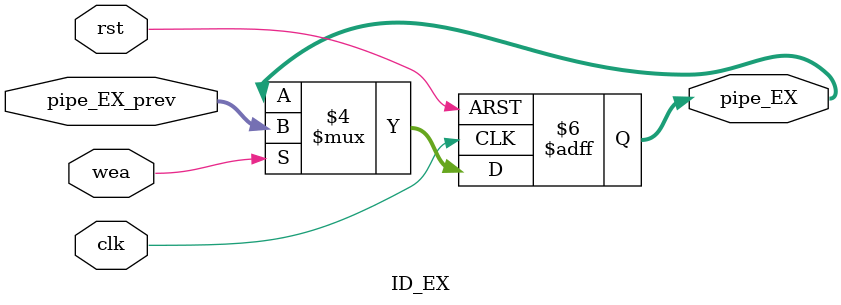
<source format=v>
module ID_EX #(
    parameter width = 32
)(
    input clk, rst, wea,
    input[width - 1:0] pipe_EX_prev,
    output reg[width - 1:0] pipe_EX
);
    always@(posedge clk, posedge rst) begin
        if (rst == 1) pipe_EX <= 0;
        else if (wea == 1) pipe_EX <= pipe_EX_prev;
    end
endmodule
</source>
